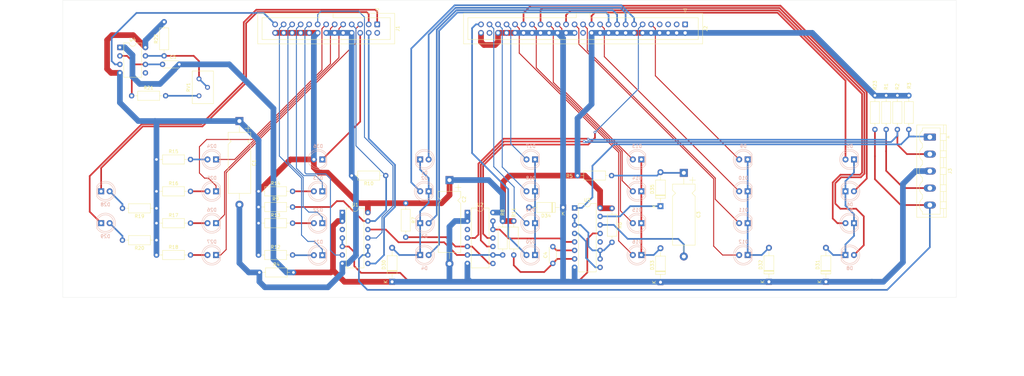
<source format=kicad_pcb>
(kicad_pcb (version 20211014) (generator pcbnew)
  (title_block (title "Centurion front panel replica") (rev "1.0"))
  (layers (0 "F.Cu" signal) (31 "B.Cu" signal) (34 "B.Paste" user) (35 "F.Paste" user) (36 "B.SilkS" user "B.Silkscreen") (37 "F.SilkS" user "F.Silkscreen") (38 "B.Mask" user) (39 "F.Mask" user) (44 "Edge.Cuts" user))
  (net 0 "")
  (net 1 "+5V")
  (net 2 "/Select")
  (net 3 "Net-(C4-Pad1)")
  (net 4 "Net-(J1-Pad7)")
  (net 5 "GND")
  (net 6 "Net-(R8-Pad2)")
  (net 7 "/Reset")
  (net 8 "Net-(R7-Pad2)")
  (net 9 "Net-(R6-Pad2)")
  (net 10 "Net-(R22-Pad1)")
  (net 11 "/OpSys")
  (net 12 "Net-(C5-Pad1)")
  (net 13 "Net-(C3-Pad1)")
  (net 14 "Net-(D26-Pad2)")
  (net 15 "Net-(D29-Pad2)")
  (net 16 "Net-(D31-Pad2)")
  (net 17 "/R{slash}F")
  (net 18 "Net-(J1-Pad25)")
  (net 20 "Net-(U3-Pad4)")
  (net 21 "Net-(U2-Pad12)")
  (net 22 "Net-(C4-Pad2)")
  (net 24 "Net-(U1-Pad4)")
  (net 25 "Net-(R21-Pad2)")
  (net 26 "Net-(C3-Pad2)")
  (net 28 "/~{ResetFlag}")
  (net 29 "Net-(J1-Pad15)")
  (net 31 "Net-(J2-Pad11)")
  (net 32 "Net-(D35-Pad1)")
  (net 33 "Net-(D21-Pad1)")
  (net 34 "Net-(D17-Pad1)")
  (net 35 "Net-(D22-Pad1)")
  (net 36 "Net-(D23-Pad1)")
  (net 37 "Net-(D24-Pad1)")
  (net 38 "Net-(D26-Pad1)")
  (net 39 "Net-(D27-Pad1)")
  (net 40 "Net-(D28-Pad1)")
  (net 41 "Net-(D29-Pad1)")
  (net 42 "Net-(D13-Pad1)")
  (net 43 "Net-(D1-Pad1)")
  (net 47 "/RTC In")
  (net 50 "Net-(D21-Pad2)")
  (net 51 "Net-(D22-Pad2)")
  (net 52 "Net-(D23-Pad2)")
  (net 53 "Net-(D24-Pad2)")
  (net 54 "Net-(D25-Pad2)")
  (net 55 "Net-(D27-Pad2)")
  (net 56 "Net-(D28-Pad2)")
  (net 57 "Net-(D36-Pad1)")
  (net 58 "Net-(D10-Pad1)")
  (net 59 "GNDD")
  (net 60 "Net-(J1-Pad4)")
  (net 61 "Net-(D19-Pad2)")
  (net 62 "Net-(D20-Pad2)")
  (net 63 "Net-(D14-Pad2)")
  (net 64 "Net-(D5-Pad2)")
  (net 65 "Net-(D1-Pad2)")
  (net 66 "Net-(D2-Pad2)")
  (net 67 "Net-(D3-Pad2)")
  (net 68 "Net-(D4-Pad2)")
  (net 69 "Net-(D6-Pad2)")
  (net 70 "Net-(D7-Pad2)")
  (net 71 "Net-(D8-Pad2)")
  (net 72 "Net-(D9-Pad2)")
  (net 73 "Net-(D10-Pad2)")
  (net 74 "Net-(D11-Pad2)")
  (net 75 "Net-(D12-Pad2)")
  (net 76 "Net-(D13-Pad2)")
  (net 77 "Net-(D15-Pad2)")
  (net 78 "Net-(D16-Pad2)")
  (net 79 "Net-(D17-Pad2)")
  (net 80 "Net-(D18-Pad2)")
  (net 82 "Net-(D25-Pad1)")
  (footprint "MountingHole:MountingHole_2.5mm" (layer "F.Cu") (at 107.95 104.14)
    (fp_text reference "REF**" hide)
    (fp_text value "MountingHole_2.5mm")
  )
  (footprint "Resistor_THT:R_Axial_DIN0207_L6.3mm_D2.5mm_P10.16mm_Horizontal" (layer "F.Cu") (at 160.02 140.589)
    (fp_text reference "R9")
    (fp_text value "220")
  )
  (footprint "Diode_THT:D_A-405_P10.16mm_Horizontal" (layer "F.Cu") (at 250.952 140.716 180)
    (fp_text reference "D34")
    (fp_text value "1N4148")
  )
  (footprint "Capacitor_THT:C_Disc_D4.3mm_W1.9mm_P5.00mm" (layer "F.Cu") (at 131.348 97.9324)
    (fp_text reference "C5")
    (fp_text value "100n")
  )
  (footprint "Resistor_THT:R_Axial_DIN0207_L6.3mm_D2.5mm_P10.16mm_Horizontal" (layer "F.Cu") (at 129.54 126.365)
    (fp_text reference "R15")
    (fp_text value "220")
  )
  (footprint "Potentiometer_THT:Potentiometer_Bourns_3299Y_Vertical" (layer "F.Cu") (at 142.24 102.2604 90)
    (fp_text reference "RV1")
    (fp_text value "50K")
  )
  (footprint "Diode_THT:D_A-405_P10.16mm_Horizontal" (layer "F.Cu") (at 329.438 162.941 90)
    (fp_text reference "D31")
    (fp_text value "1N4148")
  )
  (footprint "Resistor_THT:R_Axial_DIN0207_L6.3mm_D2.5mm_P10.16mm_Horizontal" (layer "F.Cu") (at 232.918 144.78 -90)
    (fp_text reference "R8")
    (fp_text value "4.7K")
  )
  (footprint "MountingHole:MountingHole_2.5mm" (layer "F.Cu") (at 361.949999 161.29)
    (fp_text reference "REF**" hide)
    (fp_text value "MountingHole_2.5mm")
  )
  (footprint "Resistor_THT:R_Axial_DIN0207_L6.3mm_D2.5mm_P10.16mm_Horizontal" (layer "F.Cu") (at 160.02 154.94)
    (fp_text reference "R12")
    (fp_text value "220")
  )
  (footprint "Resistor_THT:R_Axial_DIN0207_L6.3mm_D2.5mm_P10.16mm_Horizontal" (layer "F.Cu") (at 344.0684 117.3988 90)
    (fp_text reference "R23")
    (fp_text value "1K")
  )
  (footprint "Resistor_THT:R_Axial_DIN0207_L6.3mm_D2.5mm_P10.16mm_Horizontal" (layer "F.Cu") (at 265.557 140.97 -90)
    (fp_text reference "R6")
    (fp_text value "1K")
  )
  (footprint "Resistor_THT:R_Axial_DIN0207_L6.3mm_D2.5mm_P10.16mm_Horizontal" (layer "F.Cu") (at 350.774 107.2388 -90)
    (fp_text reference "R2")
    (fp_text value "1K")
  )
  (footprint "Capacitor_THT:CP_Axial_L18.0mm_D6.5mm_P25.00mm_Horizontal" (layer "F.Cu") (at 217.0255 132.534 -90)
    (fp_text reference "C2")
    (fp_text value "10uF 50V")
  )
  (footprint "Resistor_THT:R_Axial_DIN0207_L6.3mm_D2.5mm_P10.16mm_Horizontal" (layer "F.Cu") (at 129.54 140.97 180)
    (fp_text reference "R19")
    (fp_text value "220")
  )
  (footprint "Package_DIP:DIP-16_W7.62mm" (layer "F.Cu") (at 254.391 140.858)
    (fp_text reference "U3")
    (fp_text value "74LS123")
  )
  (footprint "Resistor_THT:R_Axial_DIN0207_L6.3mm_D2.5mm_P10.16mm_Horizontal" (layer "F.Cu") (at 129.54 150.495 180)
    (fp_text reference "R20")
    (fp_text value "220")
  )
  (footprint "Resistor_THT:R_Axial_DIN0207_L6.3mm_D2.5mm_P10.16mm_Horizontal" (layer "F.Cu") (at 354.1776 107.2388 -90)
    (fp_text reference "R3")
    (fp_text value "1K")
  )
  (footprint "Resistor_THT:R_Axial_DIN0207_L6.3mm_D2.5mm_P10.16mm_Horizontal" (layer "F.Cu") (at 160.274 160.147)
    (fp_text reference "R4")
    (fp_text value "22")
  )
  (footprint "Diode_THT:D_A-405_P10.16mm_Horizontal" (layer "F.Cu") (at 280.035 163.068 90)
    (fp_text reference "D33")
    (fp_text value "1N4148")
  )
  (footprint "Resistor_THT:R_Axial_DIN0207_L6.3mm_D2.5mm_P10.16mm_Horizontal" (layer "F.Cu") (at 160.02 135.89)
    (fp_text reference "R14")
    (fp_text value "220")
  )
  (footprint "Capacitor_THT:C_Disc_D4.3mm_W1.9mm_P5.00mm" (layer "F.Cu") (at 247.904 157.44 90)
    (fp_text reference "C4")
    (fp_text value "C")
  )
  (footprint "Connector_IDC:IDC-Header_2x13_P2.54mm_Vertical" (layer "F.Cu") (at 195.453 85.979 -90)
    (fp_text reference "J1")
    (fp_text value "CPU")
  )
  (footprint "MountingHole:MountingHole_2.5mm" (layer "F.Cu") (at 107.95 161.29)
    (fp_text reference "REF**" hide)
    (fp_text value "MountingHole_2.5mm")
  )
  (footprint "Resistor_THT:R_Axial_DIN0207_L6.3mm_D2.5mm_P10.16mm_Horizontal" (layer "F.Cu") (at 131.816 95.3924 90)
    (fp_text reference "R22")
    (fp_text value "1K")
  )
  (footprint "Diode_THT:D_A-405_P10.16mm_Horizontal" (layer "F.Cu") (at 199.898 162.941 90)
    (fp_text reference "D30")
    (fp_text value "1N4148")
  )
  (footprint "Capacitor_THT:CP_Axial_L18.0mm_D6.5mm_P25.00mm_Horizontal" (layer "F.Cu") (at 154.305 114.881 -90)
    (fp_text reference "C1")
    (fp_text value "10uF 50V")
  )
  (footprint "Connector_IDC:IDC-Header_2x25_P2.54mm_Vertical" (layer "F.Cu") (at 287.401 85.979 -90)
    (fp_text reference "J2")
    (fp_text value "Backplane")
  )
  (footprint "Resistor_THT:R_Axial_DIN0207_L6.3mm_D2.5mm_P10.16mm_Horizontal" (layer "F.Cu") (at 129.54 135.89)
    (fp_text reference "R16")
    (fp_text value "220")
  )
  (footprint "Package_DIP:DIP-14_W7.62mm" (layer "F.Cu") (at 185.039 142.24)
    (fp_text reference "U1")
    (fp_text value "74LS38")
  )
  (footprint "Resistor_THT:R_Axial_DIN0207_L6.3mm_D2.5mm_P10.16mm_Horizontal" (layer "F.Cu") (at 203.962 139.446 -90)
    (fp_text reference "R7")
    (fp_text value "4.7K")
  )
  (footprint "Package_DIP:DIP-14_W7.62mm" (layer "F.Cu") (at 222.387 142.235)
    (fp_text reference "U2")
    (fp_text value "74LS38")
  )
  (footprint "Resistor_THT:R_Axial_DIN0207_L6.3mm_D2.5mm_P10.16mm_Horizontal" (layer "F.Cu") (at 122.1132 107.3304)
    (fp_text reference "R21")
    (fp_text value "100K")
  )
  (footprint "Resistor_THT:R_Axial_DIN0207_L6.3mm_D2.5mm_P10.16mm_Horizontal" (layer "F.Cu") (at 255.27 131.191)
    (fp_text reference "R5")
    (fp_text value "47K")
  )
  (footprint "Resistor_THT:R_Axial_DIN0207_L6.3mm_D2.5mm_P10.16mm_Horizontal" (layer "F.Cu") (at 197.993 131.191 180)
    (fp_text reference "R10")
    (fp_text value "330")
  )
  (footprint "Resistor_THT:R_Axial_DIN0207_L6.3mm_D2.5mm_P10.16mm_Horizontal" (layer "F.Cu") (at 129.54 154.94)
    (fp_text reference "R18")
    (fp_text value "220")
  )
  (footprint "Resistor_THT:R_Axial_DIN0207_L6.3mm_D2.5mm_P10.16mm_Horizontal" (layer "F.Cu") (at 160.02 145.415)
    (fp_text reference "R13")
    (fp_text value "220")
  )
  (footprint "Resistor_THT:R_Axial_DIN0207_L6.3mm_D2.5mm_P10.16mm_Horizontal" (layer "F.Cu") (at 347.4212 107.2388 -90)
    (fp_text reference "R1")
    (fp_text value "1K")
  )
  (footprint "Package_DIP:DIP-8_W7.62mm" (layer "F.Cu") (at 118.618 92.8624)
    (fp_text reference "U4")
    (fp_text value "NE555P")
  )
  (footprint "Connector_Phoenix_MSTB:PhoenixContact_MSTBVA_2,5_5-G-5,08_1x05_P5.08mm_Vertical" (layer "F.Cu") (at 360.4655 119.6848 -90)
    (fp_text reference "J3")
    (fp_text value "MPW-Y")
  )
  (footprint "Diode_THT:D_A-405_P10.16mm_Horizontal" (layer "F.Cu") (at 312.42 162.941 90)
    (fp_text reference "D32")
    (fp_text value "1N4148")
  )
  (footprint "Resistor_THT:R_Axial_DIN0207_L6.3mm_D2.5mm_P10.16mm_Horizontal" (layer "F.Cu") (at 129.54 145.415)
    (fp_text reference "R17")
    (fp_text value "220")
  )
  (footprint "MountingHole:MountingHole_2.5mm" (layer "F.Cu") (at 361.949999 104.14)
    (fp_text reference "REF**" hide)
    (fp_text value "MountingHole_2.5mm")
  )
  (footprint "Resistor_THT:R_Axial_DIN0207_L6.3mm_D2.5mm_P10.16mm_Horizontal" (layer "F.Cu") (at 236.22 144.78 -90)
    (fp_text reference "R11")
    (fp_text value "47K")
  )
  (footprint "Diode_THT:D_A-405_P10.16mm_Horizontal" (layer "F.Cu") (at 280.035 140.335 90)
    (fp_text reference "D35")
    (fp_text value "1N4148")
  )
  (footprint "Capacitor_THT:CP_Axial_L18.0mm_D6.5mm_P25.00mm_Horizontal" (layer "F.Cu") (at 287.0025 130.375 -90)
    (fp_text reference "C3")
    (fp_text value "10uF 50V")
  )
  (footprint "LED_THT:LED_D5.0mm" (layer "B.Cu") (at 274.32 145.415 180)
    (fp_text reference "D15")
    (fp_text value "AB5")
  )
  (footprint "LED_THT:LED_D5.0mm" (layer "B.Cu") (at 306.07 154.94 180)
    (fp_text reference "D12")
    (fp_text value "AB8")
  )
  (footprint "LED_THT:LED_D5.0mm" (layer "B.Cu") (at 274.32 154.94 180)
    (fp_text reference "D16")
    (fp_text value "AB4")
  )
  (footprint "LED_THT:LED_D5.0mm" (layer "B.Cu") (at 113.02 145.415)
    (fp_text reference "D29")
    (fp_text value "HALT")
  )
  (footprint "LED_THT:LED_D5.0mm" (layer "B.Cu") (at 147.325 126.365 180)
    (fp_text reference "D24")
    (fp_text value "F")
  )
  (footprint "LED_THT:LED_D5.0mm" (layer "B.Cu") (at 179.07 135.89 180)
    (fp_text reference "D23")
    (fp_text value "MAP2")
  )
  (footprint "LED_THT:LED_D5.0mm" (layer "B.Cu") (at 306.07 145.415 180)
    (fp_text reference "D11")
    (fp_text value "MA9")
  )
  (footprint "LED_THT:LED_D5.0mm" (layer "B.Cu") (at 337.82 145.415 180)
    (fp_text reference "D7")
    (fp_text value "MA13")
  )
  (footprint "LED_THT:LED_D5.0mm" (layer "B.Cu") (at 242.575 126.365 180)
    (fp_text reference "D17")
    (fp_text value "AB3")
  )
  (footprint "LED_THT:LED_D5.0mm" (layer "B.Cu") (at 208.27 145.415)
    (fp_text reference "D3")
    (fp_text value "CL1")
  )
  (footprint "LED_THT:LED_D5.0mm" (layer "B.Cu") (at 335.27 135.89)
    (fp_text reference "D6")
    (fp_text value "MA14")
  )
  (footprint "LED_THT:LED_D5.0mm" (layer "B.Cu") (at 274.32 135.89 180)
    (fp_text reference "D14")
    (fp_text value "AB6")
  )
  (footprint "LED_THT:LED_D5.0mm" (layer "B.Cu") (at 147.325 135.89 180)
    (fp_text reference "D25")
    (fp_text value "L")
  )
  (footprint "LED_THT:LED_D5.0mm" (layer "B.Cu") (at 147.325 154.94 180)
    (fp_text reference "D27")
    (fp_text value "V")
  )
  (footprint "LED_THT:LED_D5.0mm" (layer "B.Cu") (at 274.32 126.365 180)
    (fp_text reference "D13")
    (fp_text value "AB7")
  )
  (footprint "LED_THT:LED_D5.0mm" (layer "B.Cu") (at 242.575 154.94 180)
    (fp_text reference "D20")
    (fp_text value "AB0")
  )
  (footprint "LED_THT:LED_D5.0mm" (layer "B.Cu") (at 242.575 135.89 180)
    (fp_text reference "D18")
    (fp_text value "AB2")
  )
  (footprint "LED_THT:LED_D5.0mm" (layer "B.Cu") (at 147.325 145.415 180)
    (fp_text reference "D26")
    (fp_text value "M")
  )
  (footprint "LED_THT:LED_D5.0mm" (layer "B.Cu") (at 210.82 135.89 180)
    (fp_text reference "D2")
    (fp_text value "CL2")
  )
  (footprint "LED_THT:LED_D5.0mm" (layer "B.Cu") (at 335.27 154.94)
    (fp_text reference "D8")
    (fp_text value "MA12")
  )
  (footprint "LED_THT:LED_D5.0mm" (layer "B.Cu") (at 337.82 126.365 180)
    (fp_text reference "D5")
    (fp_text value "MA15")
  )
  (footprint "LED_THT:LED_D5.0mm" (layer "B.Cu") (at 306.07 135.89 180)
    (fp_text reference "D10")
    (fp_text value "MA10")
  )
  (footprint "LED_THT:LED_D5.0mm" (layer "B.Cu") (at 113.02 135.89)
    (fp_text reference "D28")
    (fp_text value "RUN")
  )
  (footprint "LED_THT:LED_D5.0mm" (layer "B.Cu") (at 179.07 155 180)
    (fp_text reference "D21")
    (fp_text value "MAP0")
  )
  (footprint "LED_THT:LED_D5.0mm" (layer "B.Cu") (at 179.07 145.415 180)
    (fp_text reference "D22")
    (fp_text value "MAP1")
  )
  (footprint "LED_THT:LED_D5.0mm" (layer "B.Cu") (at 179.07 126.365 180)
    (fp_text reference "D36")
    (fp_text value "ABT")
  )
  (footprint "LED_THT:LED_D5.0mm" (layer "B.Cu") (at 306.07 126.365 180)
    (fp_text reference "D9")
    (fp_text value "MA11")
  )
  (footprint "LED_THT:LED_D5.0mm" (layer "B.Cu") (at 208.27 126.365)
    (fp_text reference "D1")
    (fp_text value "CL3")
  )
  (footprint "LED_THT:LED_D5.0mm" (layer "B.Cu") (at 242.575 145.415 180)
    (fp_text reference "D19")
    (fp_text value "AB1")
  )
  (footprint "LED_THT:LED_D5.0mm" (layer "B.Cu") (at 208.27 154.94)
    (fp_text reference "D4")
    (fp_text value "CL0")
  )
  (gr_rect (start 101.6 167.64) (end 368.3 78.74) (layer "Edge.Cuts") (width 0.05) (fill none))
  (segment (start 234.95 131.191) (end 252.852 131.191) (width 1.7) (layer "F.Cu") (net 1))
  (segment (start 193.04 139.446) (end 189.738 139.446) (width 1.7) (layer "F.Cu") (net 1))
  (segment (start 233.045 144.653) (end 232.918 144.78) (width 1.7) (layer "F.Cu") (net 1))
  (segment (start 233.7435 132.3975) (end 233.045 133.096) (width 1.7) (layer "F.Cu") (net 1))
  (segment (start 177.673 88.519) (end 164.973 88.519) (width 1.7) (layer "F.Cu") (net 1))
  (segment (start 265.557 140.97) (end 262.123 140.97) (width 1.7) (layer "F.Cu") (net 1))
  (segment (start 169.545 126.365) (end 160.02 135.89) (width 1.7) (layer "F.Cu") (net 1))
  (segment (start 262.011 135.773) (end 262.011 140.858) (width 1.7) (layer "F.Cu") (net 1))
  (segment (start 116.2712 89.1948) (end 114.798 90.668) (width 1.7) (layer "F.Cu") (net 1))
  (segment (start 272.161 88.519) (end 274.701 88.519) (width 1.7) (layer "F.Cu") (net 1))
  (segment (start 122.5704 89.1948) (end 116.2712 89.1948) (width 1.7) (layer "F.Cu") (net 1))
  (segment (start 189.738 139.446) (end 180.594 130.302) (width 1.7) (layer "F.Cu") (net 1))
  (segment (start 192.659 142.24) (end 192.659 139.827) (width 1.7) (layer "F.Cu") (net 1))
  (segment (start 214.63 139.446) (end 217.043 137.033) (width 1.7) (layer "F.Cu") (net 1))
  (segment (start 236.22 144.78) (end 232.918 144.78) (width 1.7) (layer "F.Cu") (net 1))
  (segment (start 178.054 130.302) (end 176.53 128.778) (width 1.7) (layer "F.Cu") (net 1))
  (segment (start 114.798 99.304) (end 115.9764 100.4824) (width 1.7) (layer "F.Cu") (net 1))
  (segment (start 217.043 137.033) (end 217.043 132.5515) (width 1.7) (layer "F.Cu") (net 1))
  (segment (start 176.53 126.365) (end 169.545 126.365) (width 1.7) (layer "F.Cu") (net 1))
  (segment (start 176.53 128.778) (end 176.53 126.365) (width 1.7) (layer "F.Cu") (net 1))
  (segment (start 126.238 92.8624) (end 122.5704 89.1948) (width 1.7) (layer "F.Cu") (net 1))
  (segment (start 233.607 132.534) (end 233.7435 132.3975) (width 1.7) (layer "F.Cu") (net 1))
  (segment (start 115.9764 100.4824) (end 118.618 100.4824) (width 1.7) (layer "F.Cu") (net 1))
  (segment (start 180.594 130.302) (end 178.054 130.302) (width 1.7) (layer "F.Cu") (net 1))
  (segment (start 193.04 139.446) (end 214.63 139.446) (width 1.7) (layer "F.Cu") (net 1))
  (segment (start 192.659 139.827) (end 193.04 139.446) (width 1.7) (layer "F.Cu") (net 1))
  (segment (start 217.043 132.5515) (end 217.0255 132.534) (width 1.7) (layer "F.Cu") (net 1))
  (segment (start 114.798 90.668) (end 114.798 99.304) (width 1.7) (layer "F.Cu") (net 1))
  (segment (start 257.429 131.191) (end 262.011 135.773) (width 1.7) (layer "F.Cu") (net 1))
  (segment (start 233.7435 132.3975) (end 234.95 131.191) (width 1.7) (layer "F.Cu") (net 1))
  (segment (start 252.852 131.191) (end 257.429 131.191) (width 1.7) (layer "F.Cu") (net 1))
  (segment (start 233.045 133.096) (end 233.045 144.653) (width 1.7) (layer "F.Cu") (net 1))
  (segment (start 232.918 136.712478) (end 228.739522 132.534) (width 1.7) (layer "B.Cu") (net 1))
  (segment (start 129.54 154.94) (end 129.54 126.365) (width 1.7) (layer "B.Cu") (net 1))
  (segment (start 129.54 126.365) (end 129.54 115.316) (width 1.7) (layer "B.Cu") (net 1))
  (segment (start 325.3486 88.519) (end 344.0684 107.2388) (width 1.7) (layer "B.Cu") (net 1))
  (segment (start 259.461 88.519) (end 259.461 109.855) (width 1.7) (layer "B.Cu") (net 1))
  (segment (start 154.305 114.881) (end 129.105 114.881) (width 1.7) (layer "B.Cu") (net 1))
  (segment (start 124.1266 114.881) (end 118.618 109.3724) (width 1.7) (layer "B.Cu") (net 1))
  (segment (start 259.461 88.519) (end 266.954 88.519) (width 1.7) (layer "B.Cu") (net 1))
  (segment (start 232.913 142.235) (end 232.918 142.24) (width 1.7) (layer "B.Cu") (net 1))
  (segment (start 354.1776 107.2388) (end 354.1014 107.315) (width 1.7) (layer "B.Cu") (net 1))
  (segment (start 129.105 114.881) (end 124.1266 114.881) (width 1.7) (layer "B.Cu") (net 1))
  (segment (start 126.238 92.8624) (end 126.238 90.8104) (width 1.7) (layer "B.Cu") (net 1))
  (segment (start 160.02 154.94) (end 160.02 120.596) (width 1.7) (layer "B.Cu") (net 1))
  (segment (start 277.241 88.519) (end 274.701 88.519) (width 1.7) (layer "B.Cu") (net 1))
  (segment (start 232.918 142.24) (end 232.918 144.78) (width 1.7) (layer "B.Cu") (net 1))
  (segment (start 354.1014 107.315) (end 344.1446 107.315) (width 1.7) (layer "B.Cu") (net 1))
  (segment (start 255.27 114.046) (end 255.27 131.191) (width 1.7) (layer "B.Cu") (net 1))
  (segment (start 232.918 144.78) (end 232.918 136.712478) (width 1.7) (layer "B.Cu") (net 1))
  (segment (start 259.461 109.855) (end 255.27 114.046) (width 1.7) (layer "B.Cu") (net 1))
  (segment (start 230.007 142.235) (end 232.913 142.235) (width 1.7) (layer "B.Cu") (net 1))
  (segment (start 267.081 88.519) (end 272.161 88.519) (width 1.7) (layer "B.Cu") (net 1))
  (segment (start 126.238 90.8104) (end 131.816 85.2324) (width 1.7) (layer "B.Cu") (net 1))
  (segment (start 176.53 89.662) (end 177.673 88.519) (width 1.7) (layer "B.Cu") (net 1))
  (segment (start 129.54 115.316) (end 129.105 114.881) (width 1.7) (layer "B.Cu") (net 1))
  (segment (start 287.401 88.519) (end 325.3486 88.519) (width 1.7) (layer "B.Cu") (net 1))
  (segment (start 160.02 120.596) (end 154.305 114.881) (width 1.7) (layer "B.Cu") (net 1))
  (segment (start 228.739522 132.534) (end 217.0255 132.534) (width 1.7) (layer "B.Cu") (net 1))
  (segment (start 276.987 88.519) (end 287.401 88.519) (width 1.7) (layer "B.Cu") (net 1))
  (segment (start 118.618 109.3724) (end 118.618 100.4824) (width 1.7) (layer "B.Cu") (net 1))
  (segment (start 344.1446 107.315) (end 344.0684 107.2388) (width 1.7) (layer "B.Cu") (net 1))
  (segment (start 176.53 126.365) (end 176.53 89.662) (width 1.7) (layer "B.Cu") (net 1))
  (segment (start 226.379 150.56) (end 228.214 152.395) (width 0.5) (layer "F.Cu") (net 2))
  (segment (start 228.214 152.395) (end 230.007 152.395) (width 0.5) (layer "F.Cu") (net 2))
  (segment (start 350.774 121.92) (end 350.774 119.38) (width 0.5) (layer "F.Cu") (net 2))
  (segment (start 360.4655 124.7648) (end 353.6188 124.7648) (width 0.5) (layer "F.Cu") (net 2))
  (segment (start 350.774 119.38) (end 350.774 117.3988) (width 0.5) (layer "F.Cu") (net 2))
  (segment (start 233.293172 121.010778) (end 226.379 127.92495) (width 0.5) (layer "F.Cu") (net 2))
  (segment (start 226.379 127.92495) (end 226.379 150.56) (width 0.5) (layer "F.Cu") (net 2))
  (segment (start 257.234722 121.010778) (end 233.293172 121.010778) (width 0.5) (layer "F.Cu") (net 2))
  (segment (start 353.6188 124.7648) (end 350.774 121.92) (width 0.5) (layer "F.Cu") (net 2))
  (via (at 257.234722 121.010778) (size 0.8) (drill 0.4) (layers "F.Cu" "B.Cu") (net 2))
  (segment (start 257.234722 121.010778) (end 257.381944 121.158) (width 0.5) (layer "B.Cu") (net 2))
  (segment (start 348.8944 121.158) (end 350.774 119.2784) (width 0.5) (layer "B.Cu") (net 2))
  (segment (start 257.381944 121.158) (end 348.8944 121.158) (width 0.5) (layer "B.Cu") (net 2))
  (segment (start 350.774 119.2784) (end 350.774 117.3988) (width 0.5) (layer "B.Cu") (net 2))
  (segment (start 236.22 154.94) (end 236.22 157.988) (width 0.5) (layer "F.Cu") (net 3))
  (segment (start 249.246 156.098) (end 247.904 157.44) (width 0.5) (layer "F.Cu") (net 3))
  (segment (start 238.252 160.02) (end 245.324 160.02) (width 0.5) (layer "F.Cu") (net 3))
  (segment (start 245.324 160.02) (end 247.904 157.44) (width 0.5) (layer "F.Cu") (net 3))
  (segment (start 236.22 157.988) (end 238.252 160.02) (width 0.5) (layer "F.Cu") (net 3))
  (segment (start 254.391 156.098) (end 249.246 156.098) (width 0.5) (layer "F.Cu") (net 3))
  (segment (start 183.388 138.8364) (end 181.6354 140.589) (width 0.5) (layer "F.Cu") (net 4))
  (segment (start 192.659 144.78) (end 191.3128 144.78) (width 0.5) (layer "F.Cu") (net 4))
  (segment (start 191.3128 144.78) (end 185.3692 138.8364) (width 0.5) (layer "F.Cu") (net 4))
  (segment (start 185.3692 138.8364) (end 183.388 138.8364) (width 0.5) (layer "F.Cu") (net 4))
  (segment (start 181.6354 140.589) (end 170.18 140.589) (width 0.5) (layer "F.Cu") (net 4))
  (segment (start 189.103 122.301) (end 197.993 131.191) (width 0.3) (layer "B.Cu") (net 4))
  (segment (start 192.659 144.78) (end 194.818 144.78) (width 0.5) (layer "B.Cu") (net 4))
  (segment (start 198.12 131.318) (end 197.993 131.191) (width 0.5) (layer "B.Cu") (net 4))
  (segment (start 189.103 87.249) (end 189.103 122.301) (width 0.3) (layer "B.Cu") (net 4))
  (segment (start 194.818 144.78) (end 198.12 141.478) (width 0.5) (layer "B.Cu") (net 4))
  (segment (start 187.833 85.979) (end 189.103 87.249) (width 0.3) (layer "B.Cu") (net 4))
  (segment (start 198.12 141.478) (end 198.12 131.318) (width 0.5) (layer "B.Cu") (net 4))
  (segment (start 183.769 144.78) (end 182.245 146.304) (width 1.7) (layer "F.Cu") (net 5))
  (segment (start 182.245 146.304) (end 182.245 159.512) (width 1.7) (layer "F.Cu") (net 5))
  (segment (start 182.245 159.512) (end 181.61 160.147) (width 1.7) (layer "F.Cu") (net 5))
  (segment (start 185.039 144.78) (end 183.769 144.78) (width 1.7) (layer "F.Cu") (net 5))
  (segment (start 199.898 162.941) (end 185.674 162.941) (width 1.7) (layer "F.Cu") (net 5))
  (segment (start 231.521 88.58725) (end 231.521 91.24475) (width 1.7) (layer "F.Cu") (net 5))
  (segment (start 231.521 91.24475) (end 230.632 92.13375) (width 1.7) (layer "F.Cu") (net 5))
  (segment (start 231.521 88.519) (end 236.601 88.519) (width 1.7) (layer "F.Cu") (net 5))
  (segment (start 185.674 162.941) (end 182.245 159.512) (width 1.7) (layer "F.Cu") (net 5))
  (segment (start 226.441 91.24475) (end 226.441 88.58725) (width 1.7) (layer "F.Cu") (net 5))
  (segment (start 230.632 92.13375) (end 227.33 92.13375) (width 1.7) (layer "F.Cu") (net 5))
  (segment (start 181.61 160.147) (end 170.434 160.147) (width 1.7) (layer "F.Cu") (net 5))
  (segment (start 227.33 92.13375) (end 226.441 91.24475) (width 1.7) (layer "F.Cu") (net 5))
  (segment (start 222.387 157.475) (end 222.387 162.062) (width 1.7) (layer "B.Cu") (net 5))
  (segment (start 360.4655 129.8448) (end 356.2604 129.8448) (width 1.7) (layer "B.Cu") (net 5))
  (segment (start 217.0255 162.6695) (end 217.297 162.941) (width 1.7) (layer "B.Cu") (net 5))
  (segment (start 250.952 140.716) (end 250.952 90.17) (width 1.7) (layer "B.Cu") (net 5))
  (segment (start 222.387 162.062) (end 223.266 162.941) (width 1.7) (layer "B.Cu") (net 5))
  (segment (start 185.039 144.78) (end 185.039 142.24) (width 1.7) (layer "B.Cu") (net 5))
  (segment (start 134.9148 99.4564) (end 134.9148 99.3656) (width 1.7) (layer "B.Cu") (net 5))
  (segment (start 122.3672 95.1384) (end 122.3672 101.59) (width 1.7) (layer "B.Cu") (net 5))
  (segment (start 218.699 144.775) (end 222.387 144.775) (width 1.7) (layer "B.Cu") (net 5))
  (segment (start 168.402 160.147) (end 170.434 160.147) (width 1.7) (layer "B.Cu") (net 5))
  (segment (start 252.603 162.941) (end 223.266 162.941) (width 1.7) (layer "B.Cu") (net 5))
  (segment (start 217.297 162.941) (end 199.898 162.941) (width 1.7) (layer "B.Cu") (net 5))
  (segment (start 120.0912 92.8624) (end 122.3672 95.1384) (width 1.7) (layer "B.Cu") (net 5))
  (segment (start 352.425 133.6802) (end 352.425 157.099) (width 1.7) (layer "B.Cu") (net 5))
  (segment (start 217.0255 157.534) (end 217.0255 162.6695) (width 1.7) (layer "B.Cu") (net 5))
  (segment (start 312.42 162.941) (end 254.381 162.941) (width 1.7) (layer "B.Cu") (net 5))
  (segment (start 250.952 90.17) (end 249.301 88.519) (width 1.7) (layer "B.Cu") (net 5))
  (segment (start 130.5968 103.7744) (end 134.9148 99.4564) (width 1.7) (layer "B.Cu") (net 5))
  (segment (start 222.387 142.235) (end 222.387 144.775) (width 1.7) (layer "B.Cu") (net 5))
  (segment (start 151.2724 97.9324) (end 164.465 111.125) (width 1.7) (layer "B.Cu") (net 5))
  (segment (start 217.0255 146.4485) (end 218.699 144.775) (width 1.7) (layer "B.Cu") (net 5))
  (segment (start 136.348 97.9324) (end 151.2724 97.9324) (width 1.7) (layer "B.Cu") (net 5))
  (segment (start 122.3672 101.59) (end 124.5516 103.7744) (width 1.7) (layer "B.Cu") (net 5))
  (segment (start 254.381 162.941) (end 252.603 162.941) (width 1.7) (layer "B.Cu") (net 5))
  (segment (start 217.0255 157.534) (end 217.0255 146.4485) (width 1.7) (layer "B.Cu") (net 5))
  (segment (start 134.9148 99.3656) (end 136.348 97.9324) (width 1.7) (layer "B.Cu") (net 5))
  (segment (start 254.391 162.931) (end 254.381 162.941) (width 1.7) (layer "B.Cu") (net 5))
  (segment (start 250.952 162.941) (end 252.603 162.941) (width 1.7) (layer "B.Cu") (net 5))
  (segment (start 343.154 162.941) (end 312.42 162.941) (width 1.7) (layer "B.Cu") (net 5))
  (segment (start 352.425 157.099) (end 346.583 162.941) (width 1.7) (layer "B.Cu") (net 5))
  (segment (start 346.583 162.941) (end 343.154 162.941) (width 1.7) (layer "B.Cu") (net 5))
  (segment (start 223.266 162.941) (end 217.297 162.941) (width 1.7) (layer "B.Cu") (net 5))
  (segment (start 124.5516 103.7744) (end 130.5968 103.7744) (width 1.7) (layer "B.Cu") (net 5))
  (segment (start 118.618 92.8624) (end 120.0912 92.8624) (width 1.7) (layer "B.Cu") (net 5))
  (segment (start 164.465 156.21) (end 168.402 160.147) (width 1.7) (layer "B.Cu") (net 5))
  (segment (start 254.391 158.638) (end 254.391 162.931) (width 1.7) (layer "B.Cu") (net 5))
  (segment (start 356.2604 129.8448) (end 352.425 133.6802) (width 1.7) (layer "B.Cu") (net 5))
  (segment (start 164.465 111.125) (end 164.465 156.21) (width 1.7) (layer "B.Cu") (net 5))
  (segment (start 250.952 140.716) (end 250.952 162.941) (width 1.7) (layer "B.Cu") (net 5))
  (segment (start 236.601 88.519) (end 254.381 88.519) (width 1.7) (layer "B.Cu") (net 5))
  (segment (start 201.803 151.13) (end 197.993 147.32) (width 0.5) (layer "F.Cu") (net 6))
  (segment (start 222.387 154.935) (end 219.22305 154.935) (width 0.5) (layer "F.Cu") (net 6))
  (segment (start 197.993 147.32) (end 192.659 147.32) (width 0.5) (layer "F.Cu") (net 6))
  (segment (start 215.41805 151.13) (end 201.803 151.13) (width 0.5) (layer "F.Cu") (net 6))
  (segment (start 219.22305 154.935) (end 215.41805 151.13) (width 0.5) (layer "F.Cu") (net 6))
  (segment (start 232.034 154.935) (end 232.039 154.94) (width 0.5) (layer "B.Cu") (net 6))
  (segment (start 230.007 154.935) (end 222.387 154.935) (width 0.5) (layer "B.Cu") (net 6))
  (segment (start 232.039 154.94) (end 232.918 154.94) (width 0.5) (layer "B.Cu") (net 6))
  (segment (start 230.007 154.935) (end 232.034 154.935) (width 0.5) (layer "B.Cu") (net 6))
  (segment (start 354.203 119.507) (end 355.727 119.507) (width 0.5) (layer "B.Cu") (net 7))
  (segment (start 355.727 119.507) (end 354.1776 119.507) (width 0.5) (layer "B.Cu") (net 7))
  (segment (start 254.391 140.858) (end 256.555 140.858) (width 0.5) (layer "B.Cu") (net 7))
  (segment (start 259.715 128.27) (end 266.127 121.858) (width 0.5) (layer "B.Cu") (net 7))
  (segment (start 266.127 121.858) (end 351.852 121.858) (width 0.5) (layer "B.Cu") (net 7))
  (segment (start 256.555 140.858) (end 259.715 137.698) (width 0.5) (layer "B.Cu") (net 7))
  (segment (start 351.852 121.858) (end 354.203 119.507) (width 0.5) (layer "B.Cu") (net 7))
  (segment (start 360.299 119.512) (end 355.732 119.512) (width 0.5) (layer "B.Cu") (net 7))
  (segment (start 355.732 119.512) (end 355.727 119.507) (width 0.5) (layer "B.Cu") (net 7))
  (segment (start 259.715 137.698) (end 259.715 128.27) (width 0.5) (layer "B.Cu") (net 7))
  (segment (start 354.1776 119.507) (end 354.1776 117.3988) (width 0.5) (layer "B.Cu") (net 7))
  (segment (start 216.027 149.606) (end 218.816 152.395) (width 0.5) (layer "F.Cu") (net 8))
  (segment (start 223.769 152.395) (end 222.387 152.395) (width 0.5) (layer "F.Cu") (net 8))
  (segment (start 230.007 157.475) (end 228.849 157.475) (width 0.5) (layer "F.Cu") (net 8))
  (segment (start 218.816 152.395) (end 222.387 152.395) (width 0.5) (layer "F.Cu") (net 8))
  (segment (start 203.962 149.606) (end 216.027 149.606) (width 0.5) (layer "F.Cu") (net 8))
  (segment (start 228.849 157.475) (end 223.769 152.395) (width 0.5) (layer "F.Cu") (net 8))
  (segment (start 258.51 152.338) (end 258.51 148.274) (width 0.5) (layer "B.Cu") (net 9))
  (segment (start 262.011 153.558) (end 263.129 153.558) (width 0.5) (layer "B.Cu") (net 9))
  (segment (start 258.51 148.274) (end 256.174 145.938) (width 0.5) (layer "B.Cu") (net 9))
  (segment (start 262.011 156.098) (end 262.011 153.558) (width 0.5) (layer "B.Cu") (net 9))
  (segment (start 254.391 145.938) (end 254.391 143.398) (width 0.5) (layer "B.Cu") (net 9))
  (segment (start 262.011 153.558) (end 259.73 153.558) (width 0.5) (layer "B.Cu") (net 9))
  (segment (start 259.73 153.558) (end 258.51 152.338) (width 0.5) (layer "B.Cu") (net 9))
  (segment (start 256.174 145.938) (end 254.391 145.938) (width 0.5) (layer "B.Cu") (net 9))
  (segment (start 263.129 153.558) (end 265.557 151.13) (width 0.5) (layer "B.Cu") (net 9))
  (segment (start 131.816 95.3924) (end 140.6552 95.3924) (width 0.5) (layer "F.Cu") (net 10))
  (segment (start 142.24 96.9772) (end 142.24 102.2604) (width 0.5) (layer "F.Cu") (net 10))
  (segment (start 140.6552 95.3924) (end 142.24 96.9772) (width 0.5) (layer "F.Cu") (net 10))
  (segment (start 144.78 104.8004) (end 142.24 102.2604) (width 0.5) (layer "B.Cu") (net 10))
  (segment (start 126.238 95.4024) (end 131.806 95.4024) (width 0.5) (layer "B.Cu") (net 10))
  (segment (start 131.806 95.4024) (end 131.816 95.3924) (width 0.5) (layer "B.Cu") (net 10))
  (segment (start 225.679 127.635) (end 225.679 148.844) (width 0.5) (layer "F.Cu") (net 11))
  (segment (start 352.6028 134.9248) (end 347.4212 129.7432) (width 0.5) (layer "F.Cu") (net 11))
  (segment (start 258.445 120.3085) (end 258.297778 120.161278) (width 0.5) (layer "F.Cu") (net 11))
  (segment (start 347.4212 129.7432) (end 347.4212 123.8504) (width 0.5) (layer "F.Cu") (net 11))
  (segment (start 360.4655 134.9248) (end 352.6028 134.9248) (width 0.5) (layer "F.Cu") (net 11))
  (segment (start 225.679 148.844) (end 224.668 149.855) (width 0.5) (layer "F.Cu") (net 11))
  (segment (start 233.152722 120.161278) (end 225.679 127.635) (width 0.5) (layer "F.Cu") (net 11))
  (segment (start 258.297778 120.161278) (end 233.152722 120.161278) (width 0.5) (layer "F.Cu") (net 11))
  (segment (start 347.4212 123.8504) (end 347.4212 117.3988) (width 0.5) (layer "F.Cu") (net 11))
  (segment (start 347.4212 124.0282) (end 347.4212 123.8504) (width 0.5) (layer "F.Cu") (net 11))
  (segment (start 224.668 149.855) (end 222.387 149.855) (width 0.5) (layer "F.Cu") (net 11))
  (via (at 258.445 120.3085) (size 0.8) (drill 0.4) (layers "F.Cu" "B.Cu") (net 11))
  (segment (start 258.5945 120.458) (end 347.41 120.458) (width 0.5) (layer "B.Cu") (net 11))
  (segment (start 258.445 120.3085) (end 258.5945 120.458) (width 0.5) (layer "B.Cu") (net 11))
  (segment (start 347.41 120.458) (end 347.4212 120.4468) (width 0.5) (layer "B.Cu") (net 11))
  (segment (start 347.4212 120.4468) (end 347.4212 117.3988) (width 0.5) (layer "B.Cu") (net 11))
  (segment (start 122.164 100.2692) (end 122.164 96.8148) (width 0.5) (layer "F.Cu") (net 12))
  (segment (start 122.2048 97.9424) (end 122.164 97.9832) (width 0.5) (layer "F.Cu") (net 12))
  (segment (start 122.164 100.2692) (end 122.164 107.2796) (width 0.5) (layer "F.Cu") (net 12))
  (segment (start 126.238 97.9424) (end 122.2048 97.9424) (width 0.5) (layer "F.Cu") (net 12))
  (segment (start 120.7516 95.4024) (end 118.618 95.4024) (width 0.5) (layer "F.Cu") (net 12))
  (segment (start 122.164 97.9832) (end 122.164 100.2692) (width 0.5) (layer "F.Cu") (net 12))
  (segment (start 122.164 96.8148) (end 120.7516 95.4024) (width 0.5) (layer "F.Cu") (net 12))
  (segment (start 122.164 107.2796) (end 122.1132 107.3304) (width 0.5) (layer "F.Cu") (net 12))
  (segment (start 126.238 97.9424) (end 131.338 97.9424) (width 0.5) (layer "B.Cu") (net 12))
  (segment (start 131.338 97.9424) (end 131.348 97.9324) (width 0.5) (layer "B.Cu") (net 12))
  (segment (start 279.019 131.191) (end 280.035 130.175) (width 0.5) (layer "B.Cu") (net 13))
  (segment (start 265.43 131.191) (end 279.019 131.191) (width 0.5) (layer "B.Cu") (net 13))
  (segment (start 280.235 130.375) (end 280.035 130.175) (width 0.5) (layer "B.Cu") (net 13))
  (segment (start 287.0025 130.375) (end 280.235 130.375) (width 0.5) (layer "B.Cu") (net 13))
  (segment (start 139.7 145.415) (end 144.785 145.415) (width 0.5) (layer "F.Cu") (net 14))
  (segment (start 115.56 145.415) (end 119.38 149.235) (width 0.5) (layer "B.Cu") (net 15))
  (segment (start 119.38 149.235) (end 119.38 150.495) (width 0.5) (layer "B.Cu") (net 15))
  (segment (start 335.27 132.852) (end 337.82 130.302) (width 0.5) (layer "B.Cu") (net 16))
  (segment (start 337.82 130.302) (end 337.82 126.365) (width 0.5) (layer "B.Cu") (net 16))
  (segment (start 335.27 135.89) (end 335.27 132.852) (width 0.5) (layer "B.Cu") (net 16))
  (segment (start 335.27 154.94) (end 335.27 151.775) (width 0.5) (layer "B.Cu") (net 16))
  (segment (start 337.82 145.415) (end 337.82 142.748) (width 0.5) (layer "B.Cu") (net 16))
  (segment (start 335.27 140.198) (end 335.27 135.89) (width 0.5) (layer "B.Cu") (net 16))
  (segment (start 331.597 154.94) (end 329.438 152.781) (width 0.5) (layer "B.Cu") (net 16))
  (segment (start 337.82 149.225) (end 337.82 145.415) (width 0.5) (layer "B.Cu") (net 16))
  (segment (start 335.27 154.94) (end 331.597 154.94) (width 0.5) (layer "B.Cu") (net 16))
  (segment (start 337.82 142.748) (end 335.27 140.198) (width 0.5) (layer "B.Cu") (net 16))
  (segment (start 335.27 151.775) (end 337.82 149.225) (width 0.5) (layer "B.Cu") (net 16))
  (segment (start 344.0684 132.2832) (end 344.0684 125.3744) (width 0.5) (layer "F.Cu") (net 17))
  (segment (start 344.0684 125.3744) (end 344.0684 117.3988) (width 0.5) (layer "F.Cu") (net 17))
  (segment (start 351.79 140.0048) (end 344.0684 132.2832) (width 0.5) (layer "F.Cu") (net 17))
  (segment (start 360.4655 140.0048) (end 351.79 140.0048) (width 0.5) (layer "F.Cu") (net 17))
  (segment (start 347.726 165.354) (end 192.532 165.354) (width 0.5) (layer "B.Cu") (net 17))
  (segment (start 360.4655 152.6145) (end 347.726 165.354) (width 0.5) (layer "B.Cu") (net 17))
  (segment (start 191.068478 154.94) (end 192.659 154.94) (width 0.5) (layer "B.Cu") (net 17))
  (segment (start 192.532 165.354) (end 189.992 162.814) (width 0.5) (layer "B.Cu") (net 17))
  (segment (start 189.992 162.814) (end 189.992 156.016478) (width 0.5) (layer "B.Cu") (net 17))
  (segment (start 360.4655 140.0048) (end 360.4655 152.6145) (width 0.5) (layer "B.Cu") (net 17))
  (segment (start 189.992 156.016478) (end 191.068478 154.94) (width 0.5) (layer "B.Cu") (net 17))
  (segment (start 192.659 154.94) (end 192.659 152.4) (width 0.5) (layer "B.Cu") (net 17))
  (segment (start 116.1696 89.9568) (end 116.1696 96.9672) (width 0.5) (layer "B.Cu") (net 18))
  (segment (start 123.561 82.5654) (end 116.1696 89.9568) (width 0.5) (layer "B.Cu") (net 18))
  (segment (start 117.1448 97.9424) (end 118.618 97.9424) (width 0.5) (layer "B.Cu") (net 18))
  (segment (start 116.1696 96.9672) (end 117.1448 97.9424) (width 0.5) (layer "B.Cu") (net 18))
  (segment (start 164.973 85.979) (end 161.5594 82.5654) (width 0.5) (layer "B.Cu") (net 18))
  (segment (start 161.5594 82.5654) (end 123.561 82.5654) (width 0.5) (layer "B.Cu") (net 18))
  (segment (start 255.397 148.463) (end 254.406 148.463) (width 0.5) (layer "B.Cu") (net 20))
  (segment (start 257.81 155.829) (end 257.81 150.876) (width 0.5) (layer "B.Cu") (net 20))
  (segment (start 260.619 158.638) (end 257.81 155.829) (width 0.5) (layer "B.Cu") (net 20))
  (segment (start 262.011 158.638) (end 260.619 158.638) (width 0.5) (layer "B.Cu") (net 20))
  (segment (start 257.81 150.876) (end 255.397 148.463) (width 0.5) (layer "B.Cu") (net 20))
  (segment (start 254.406 148.463) (end 254.391 148.478) (width 0.5) (layer "B.Cu") (net 20))
  (segment (start 250.063 149.987) (end 251.094 151.018) (width 0.5) (layer "F.Cu") (net 21))
  (segment (start 232.024 147.315) (end 234.696 149.987) (width 0.5) (layer "F.Cu") (net 21))
  (segment (start 230.007 147.315) (end 232.024 147.315) (width 0.5) (layer "F.Cu") (net 21))
  (segment (start 251.094 151.018) (end 254.391 151.018) (width 0.5) (layer "F.Cu") (net 21))
  (segment (start 234.696 149.987) (end 250.063 149.987) (width 0.5) (layer "F.Cu") (net 21))
  (segment (start 230.007 144.775) (end 230.007 147.315) (width 0.5) (layer "B.Cu") (net 21))
  (segment (start 254.391 153.558) (end 249.022 153.558) (width 0.5) (layer "F.Cu") (net 22))
  (segment (start 249.022 153.558) (end 247.904 152.44) (width 0.5) (layer "F.Cu") (net 22))
  (segment (start 258.191 150.114) (end 259.827 148.478) (width 0.5) (layer "F.Cu") (net 24))
  (segment (start 255.651 162.687) (end 258.191 160.147) (width 0.5) (layer "F.Cu") (net 24))
  (segment (start 190.627 160.274) (end 202.311 160.274) (width 0.5) (layer "F.Cu") (net 24))
  (segment (start 188.595 158.242) (end 190.627 160.274) (width 0.5) (layer "F.Cu") (net 24))
  (segment (start 185.039 152.4) (end 186.944 152.4) (width 0.5) (layer "F.Cu") (net 24))
  (segment (start 186.944 152.4) (end 188.595 154.051) (width 0.5) (layer "F.Cu") (net 24))
  (segment (start 204.724 162.687) (end 255.651 162.687) (width 0.5) (layer "F.Cu") (net 24))
  (segment (start 188.595 154.051) (end 188.595 158.242) (width 0.5) (layer "F.Cu") (net 24))
  (segment (start 258.191 160.147) (end 258.191 150.114) (width 0.5) (layer "F.Cu") (net 24))
  (segment (start 259.827 148.478) (end 262.011 148.478) (width 0.5) (layer "F.Cu") (net 24))
  (segment (start 202.311 160.274) (end 204.724 162.687) (width 0.5) (layer "F.Cu") (net 24))
  (segment (start 185.039 152.4) (end 185.039 149.86) (width 0.5) (layer "B.Cu") (net 24))
  (segment (start 132.2732 107.3304) (end 142.23 107.3304) (width 0.5) (layer "B.Cu") (net 25))
  (segment (start 142.23 107.3304) (end 142.24 107.3404) (width 0.5) (layer "B.Cu") (net 25))
  (segment (start 285.369 150.114) (end 287.02 151.765) (width 0.5) (layer "B.Cu") (net 26))
  (segment (start 287.0025 151.7825) (end 287.0025 155.375) (width 0.5) (layer "B.Cu") (net 26))
  (segment (start 287.02 151.765) (end 287.0025 151.7825) (width 0.5) (layer "B.Cu") (net 26))
  (segment (start 266.08 145.938) (end 270.256 150.114) (width 0.5) (layer "B.Cu") (net 26))
  (segment (start 262.011 145.938) (end 266.08 145.938) (width 0.5) (layer "B.Cu") (net 26))
  (segment (start 270.256 150.114) (end 285.369 150.114) (width 0.5) (layer "B.Cu") (net 26))
  (segment (start 181.483 132.08) (end 181.483 153.543) (width 0.3) (layer "B.Cu") (net 28))
  (segment (start 182.88 154.94) (end 185.039 154.94) (width 0.3) (layer "B.Cu") (net 28))
  (segment (start 175.133 85.979) (end 173.863 87.249) (width 0.3) (layer "B.Cu") (net 28))
  (segment (start 173.863 130.302) (end 174.252 130.691) (width 0.3) (layer "B.Cu") (net 28))
  (segment (start 174.252 130.691) (end 180.094 130.691) (width 0.3) (layer "B.Cu") (net 28))
  (segment (start 173.863 87.249) (end 173.863 130.302) (width 0.3) (layer "B.Cu") (net 28))
  (segment (start 181.483 153.543) (end 182.88 154.94) (width 0.3) (layer "B.Cu") (net 28))
  (segment (start 180.094 130.691) (end 181.483 132.08) (width 0.3) (layer "B.Cu") (net 28))
  (segment (start 196.885 143.561528) (end 196.885 148.174) (width 0.3) (layer "B.Cu") (net 29))
  (segment (start 189.865 82.042) (end 191.643 83.82) (width 0.3) (layer "B.Cu") (net 29))
  (segment (start 191.643 119.720528) (end 200.152 128.229528) (width 0.3) (layer "B.Cu") (net 29))
  (segment (start 196.885 148.174) (end 195.199 149.86) (width 0.3) (layer "B.Cu") (net 29))
  (segment (start 191.643 83.82) (end 191.643 119.720528) (width 0.3) (layer "B.Cu") (net 29))
  (segment (start 195.199 149.86) (end 192.659 149.86) (width 0.3) (layer "B.Cu") (net 29))
  (segment (start 177.673 83.058) (end 178.689 82.042) (width 0.3) (layer "B.Cu") (net 29))
  (segment (start 200.152 140.294528) (end 196.885 143.561528) (width 0.3) (layer "B.Cu") (net 29))
  (segment (start 178.689 82.042) (end 189.865 82.042) (width 0.3) (layer "B.Cu") (net 29))
  (segment (start 200.152 128.229528) (end 200.152 140.294528) (width 0.3) (layer "B.Cu") (net 29))
  (segment (start 177.673 85.979) (end 177.673 83.058) (width 0.3) (layer "B.Cu") (net 29))
  (segment (start 258.445 121.92) (end 233.3739 121.92) (width 0.5) (layer "F.Cu") (net 31))
  (segment (start 260.473864 118.240136) (end 260.473864 119.891136) (width 0.5) (layer "F.Cu") (net 31))
  (segment (start 228.341 149.855) (end 230.007 149.855) (width 0.5) (layer "F.Cu") (net 31))
  (segment (start 233.3739 121.92) (end 227.079 128.2149) (width 0.5) (layer "F.Cu") (net 31))
  (segment (start 227.079 148.593) (end 228.341 149.855) (width 0.5) (layer "F.Cu") (net 31))
  (segment (start 227.079 128.2149) (end 227.079 148.593) (width 0.5) (layer "F.Cu") (net 31))
  (segment (start 260.473864 119.891136) (end 258.445 121.92) (width 0.5) (layer "F.Cu") (net 31))
  (via (at 260.473864 118.240136) (size 0.8) (drill 0.4) (layers "F.Cu" "B.Cu") (net 31))
  (segment (start 260.473864 118.240136) (end 273.431 105.283) (width 0.3) (layer "B.Cu") (net 31))
  (segment (start 273.431 105.283) (end 273.431 87.249) (width 0.3) (layer "B.Cu") (net 31))
  (segment (start 273.431 87.249) (end 274.701 85.979) (width 0.3) (layer "B.Cu") (net 31))
  (segment (start 262.011 143.398) (end 267.955 143.398) (width 0.5) (layer "B.Cu") (net 32))
  (segment (start 267.955 143.398) (end 271.018 140.335) (width 0.5) (layer "B.Cu") (net 32))
  (segment (start 271.018 140.335) (end 280.035 140.335) (width 0.5) (layer "B.Cu") (net 32))
  (segment (start 179.07 153.289) (end 176.657 150.876) (width 0.3) (layer "B.Cu") (net 33))
  (segment (start 172.847 148.971) (end 172.847 131.953) (width 0.3) (layer "B.Cu") (net 33))
  (segment (start 174.752 150.876) (end 172.847 148.971) (width 0.3) (layer "B.Cu") (net 33))
  (segment (start 172.847 131.953) (end 166.243 125.349) (width 0.3) (layer "B.Cu") (net 33))
  (segment (start 176.657 150.876) (end 174.752 150.876) (width 0.3) (layer "B.Cu") (net 33))
  (segment (start 166.243 125.349) (end 166.243 87.249) (width 0.3) (layer "B.Cu") (net 33))
  (segment (start 166.243 87.249) (end 167.513 85.979) (width 0.3) (layer "B.Cu") (net 33))
  (segment (start 179.07 155) (end 179.07 153.289) (width 0.3) (layer "B.Cu") (net 33))
  (segment (start 242.575 154.94) (end 242.575 140.711) (width 0.5) (layer "B.Cu") (net 34))
  (segment (start 240.792 140.716) (end 242.57 140.716) (width 0.5) (layer "B.Cu") (net 34))
  (segment (start 242.57 140.716) (end 242.575 140.711) (width 0.5) (layer "B.Cu") (net 34))
  (segment (start 242.575 140.711) (end 242.575 126.365) (width 0.5) (layer "B.Cu") (net 34))
  (segment (start 179.07 143.637) (end 177.546 142.113) (width 0.3) (layer "B.Cu") (net 35))
  (segment (start 179.07 145.415) (end 179.07 143.637) (width 0.3) (layer "B.Cu") (net 35))
  (segment (start 168.783 87.249) (end 170.053 85.979) (width 0.3) (layer "B.Cu") (net 35))
  (segment (start 175.006 142.113) (end 173.347 140.454) (width 0.3) (layer "B.Cu") (net 35))
  (segment (start 173.347 131.745894) (end 168.783 127.181894) (width 0.3) (layer "B.Cu") (net 35))
  (segment (start 177.546 142.113) (end 175.006 142.113) (width 0.3) (layer "B.Cu") (net 35))
  (segment (start 173.347 140.454) (end 173.347 131.745894) (width 0.3) (layer "B.Cu") (net 35))
  (segment (start 168.783 127.181894) (end 168.783 87.249) (width 0.3) (layer "B.Cu") (net 35))
  (segment (start 177.038 131.191) (end 173.499212 131.191) (width 0.3) (layer "B.Cu") (net 36))
  (segment (start 179.07 135.89) (end 179.07 133.223) (width 0.3) (layer "B.Cu") (net 36))
  (segment (start 179.07 133.223) (end 177.038 131.191) (width 0.3) (layer "B.Cu") (net 36))
  (segment (start 173.499212 131.191) (end 171.323 129.014788) (width 0.3) (layer "B.Cu") (net 36))
  (segment (start 171.323 129.014788) (end 171.323 87.249) (width 0.3) (layer "B.Cu") (net 36))
  (segment (start 171.323 87.249) (end 172.593 85.979) (width 0.3) (layer "B.Cu") (net 36))
  (segment (start 152.890788 126.365) (end 147.325 126.365) (width 0.3) (layer "F.Cu") (net 37))
  (segment (start 182.753 85.979) (end 181.483 87.249) (width 0.3) (layer "F.Cu") (net 37))
  (segment (start 181.483 97.772788) (end 152.890788 126.365) (width 0.3) (layer "F.Cu") (net 37))
  (segment (start 181.483 87.249) (end 181.483 97.772788) (width 0.3) (layer "F.Cu") (net 37))
  (segment (start 184.023 87.249) (end 184.023 95.939894) (width 0.3) (layer "F.Cu") (net 38))
  (segment (start 149.86 130.102894) (end 149.86 142.88) (width 0.3) (layer "F.Cu") (net 38))
  (segment (start 149.86 142.88) (end 147.325 145.415) (width 0.3) (layer "F.Cu") (net 38))
  (segment (start 185.293 85.979) (end 184.023 87.249) (width 0.3) (layer "F.Cu") (net 38))
  (segment (start 184.023 95.939894) (end 149.86 130.102894) (width 0.3) (layer "F.Cu") (net 38))
  (segment (start 148.717 154.94) (end 150.36 153.297) (width 0.3) (layer "F.Cu") (net 39))
  (segment (start 189.103 91.567) (end 189.103 87.249) (width 0.3) (layer "F.Cu") (net 39))
  (segment (start 150.36 130.31) (end 189.103 91.567) (width 0.3) (layer "F.Cu") (net 39))
  (segment (start 150.36 153.297) (end 150.36 130.31) (width 0.3) (layer "F.Cu") (net 39))
  (segment (start 147.325 154.94) (end 148.717 154.94) (width 0.3) (layer "F.Cu") (net 39))
  (segment (start 189.103 87.249) (end 190.373 85.979) (width 0.3) (layer "F.Cu") (net 39))
  (segment (start 113.02 135.89) (end 113.02 128.915) (width 0.5) (layer "F.Cu") (net 40))
  (segment (start 156.2989 103.4415) (end 156.2989 85.6361) (width 0.5) (layer "F.Cu") (net 40))
  (segment (start 156.2989 85.6361) (end 159.639 82.296) (width 0.5) (layer "F.Cu") (net 40))
  (segment (start 192.278 82.296) (end 192.913 82.931) (width 0.5) (layer "F.Cu") (net 40))
  (segment (start 192.913 82.931) (end 192.913 85.979) (width 0.5) (layer "F.Cu") (net 40))
  (segment (start 125.4506 116.4844) (end 143.256 116.4844) (width 0.5) (layer "F.Cu") (net 40))
  (segment (start 159.639 82.296) (end 192.278 82.296) (width 0.5) (layer "F.Cu") (net 40))
  (segment (start 113.02 128.915) (end 125.4506 116.4844) (width 0.5) (layer "F.Cu") (net 40))
  (segment (start 143.256 116.4844) (end 156.2989 103.4415) (width 0.5) (layer "F.Cu") (net 40))
  (segment (start 195.453 85.979) (end 195.453 82.169) (width 0.5) (layer "F.Cu") (net 41))
  (segment (start 159.34905 81.596) (end 155.5989 85.34615) (width 0.5) (layer "F.Cu") (net 41))
  (segment (start 155.5989 103.15155) (end 142.96605 115.7844) (width 0.5) (layer "F.Cu") (net 41))
  (segment (start 109.601 141.996) (end 113.02 145.415) (width 0.5) (layer "F.Cu") (net 41))
  (segment (start 155.5989 85.34615) (end 155.5989 103.15155) (width 0.5) (layer "F.Cu") (net 41))
  (segment (start 142.96605 115.7844) (end 125.16065 115.7844) (width 0.5) (layer "F.Cu") (net 41))
  (segment (start 194.88 81.596) (end 159.34905 81.596) (width 0.5) (layer "F.Cu") (net 41))
  (segment (start 125.16065 115.7844) (end 109.601 131.34405) (width 0.5) (layer "F.Cu") (net 41))
  (segment (start 109.601 131.34405) (end 109.601 141.996) (width 0.5) (layer "F.Cu") (net 41))
  (segment (start 195.453 82.169) (end 194.88 81.596) (width 0.5) (layer "F.Cu") (net 41))
  (segment (start 274.32 154.94) (end 274.32 145.415) (width 0.5) (layer "F.Cu") (net 42))
  (segment (start 274.32 145.415) (end 274.32 135.89) (width 0.5) (layer "F.Cu") (net 42))
  (segment (start 274.32 135.89) (end 274.32 126.365) (width 0.5) (layer "F.Cu") (net 42))
  (segment (start 278.003 154.94) (end 280.035 152.908) (width 0.5) (layer "B.Cu") (net 42))
  (segment (start 274.32 155.194) (end 274.32 154.94) (width 0.5) (layer "B.Cu") (net 42))
  (segment (start 274.32 154.94) (end 278.003 154.94) (width 0.5) (layer "B.Cu") (net 42))
  (segment (start 208.27 154.94) (end 202.057 154.94) (width 0.5) (layer "B.Cu") (net 43))
  (segment (start 208.27 154.94) (end 208.27 145.415) (width 0.5) (layer "B.Cu") (net 43))
  (segment (start 208.27 129.403) (end 208.27 126.365) (width 0.5) (layer "B.Cu") (net 43))
  (segment (start 202.057 154.94) (end 199.898 152.781) (width 0.5) (layer "B.Cu") (net 43))
  (segment (start 210.82 131.953) (end 208.27 129.403) (width 0.5) (layer "B.Cu") (net 43))
  (segment (start 210.82 135.89) (end 210.82 131.953) (width 0.5) (layer "B.Cu") (net 43))
  (segment (start 210.82 139.319) (end 210.82 135.89) (width 0.5) (layer "B.Cu") (net 43))
  (segment (start 208.27 141.869) (end 210.82 139.319) (width 0.5) (layer "B.Cu") (net 43))
  (segment (start 208.27 145.415) (end 208.27 141.869) (width 0.5) (layer "B.Cu") (net 43))
  (segment (start 170.24 155) (end 170.18 154.94) (width 0.5) (layer "F.Cu") (net 50))
  (segment (start 176.53 155) (end 170.24 155) (width 0.5) (layer "B.Cu") (net 50))
  (segment (start 176.53 145.415) (end 170.18 145.415) (width 0.5) (layer "F.Cu") (net 51))
  (segment (start 176.53 135.89) (end 170.18 135.89) (width 0.5) (layer "F.Cu") (net 52))
  (segment (start 139.7 126.365) (end 144.785 126.365) (width 0.5) (layer "B.Cu") (net 53))
  (segment (start 139.7 135.89) (end 144.785 135.89) (width 0.5) (layer "F.Cu") (net 54))
  (segment (start 139.7 154.94) (end 144.785 154.94) (width 0.5) (layer "F.Cu") (net 55))
  (segment (start 115.56 135.89) (end 119.38 139.71) (width 0.5) (layer "B.Cu") (net 56))
  (segment (start 119.38 139.71) (end 119.38 140.97) (width 0.5) (layer "B.Cu") (net 56))
  (segment (start 190.373 115.062) (end 179.07 126.365) (width 0.5) (layer "F.Cu") (net 57))
  (segment (start 190.373 88.519) (end 190.373 115.062) (width 0.5) (layer "F.Cu") (net 57))
  (segment (start 306.07 126.365) (end 306.07 154.94) (width 0.5) (layer "B.Cu") (net 58))
  (segment (start 306.07 154.94) (end 310.261 154.94) (width 0.5) (layer "B.Cu") (net 58))
  (segment (start 310.261 154.94) (end 312.42 152.781) (width 0.5) (layer "B.Cu") (net 58))
  (segment (start 180.213 88.519) (end 187.833 88.519) (width 1.7) (layer "B.Cu") (net 59))
  (segment (start 187.833 131.191) (end 187.833 88.519) (width 1.7) (layer "B.Cu") (net 59))
  (segment (start 157.099 160.147) (end 160.274 160.147) (width 1.7) (layer "B.Cu") (net 59))
  (segment (start 189.103 132.461) (end 189.103 155.067) (width 1.7) (layer "B.Cu") (net 59))
  (segment (start 160.274 162.941) (end 161.925 164.592) (width 1.7) (layer "B.Cu") (net 59))
  (segment (start 154.305 157.353) (end 157.099 160.147) (width 1.7) (layer "B.Cu") (net 59))
  (segment (start 187.833 131.191) (end 189.103 132.461) (width 1.7) (layer "B.Cu") (net 59))
  (segment (start 185.039 160.274) (end 185.039 157.48) (width 1.7) (layer "B.Cu") (net 59))
  (segment (start 161.925 164.592) (end 180.721 164.592) (width 1.7) (layer "B.Cu") (net 59))
  (segment (start 180.721 164.592) (end 185.039 160.274) (width 1.7) (layer "B.Cu") (net 59))
  (segment (start 154.305 139.881) (end 154.305 157.353) (width 1.7) (layer "B.Cu") (net 59))
  (segment (start 160.274 160.147) (end 160.274 162.941) (width 1.7) (layer "B.Cu") (net 59))
  (segment (start 189.103 155.067) (end 186.69 157.48) (width 1.7) (layer "B.Cu") (net 59))
  (segment (start 186.69 157.48) (end 185.039 157.48) (width 1.7) (layer "B.Cu") (net 59))
  (segment (start 200.752 140.543056) (end 197.485 143.810056) (width 0.5) (layer "B.Cu") (net 60))
  (segment (start 200.752 127.981) (end 200.752 140.543056) (width 0.5) (layer "B.Cu") (net 60))
  (segment (start 197.485 154.94) (end 194.945 157.48) (width 0.5) (layer "B.Cu") (net 60))
  (segment (start 192.913 120.142) (end 200.752 127.981) (width 0.5) (layer "B.Cu") (net 60))
  (segment (start 194.945 157.48) (end 192.659 157.48) (width 0.5) (layer "B.Cu") (net 60))
  (segment (start 197.485 143.810056) (end 197.485 154.94) (width 0.5) (layer "B.Cu") (net 60))
  (segment (start 192.913 88.519) (end 192.913 120.142) (width 0.5) (layer "B.Cu") (net 60))
  (segment (start 236.347 141.727) (end 240.035 145.415) (width 0.3) (layer "B.Cu") (net 61))
  (segment (start 228.981 85.979) (end 230.251 87.249) (width 0.3) (layer "B.Cu") (net 61))
  (segment (start 230.251 87.249) (end 230.251 128.524) (width 0.3) (layer "B.Cu") (net 61))
  (segment (start 236.347 134.62) (end 236.347 141.727) (width 0.3) (layer "B.Cu") (net 61))
  (segment (start 230.251 128.524) (end 236.347 134.62) (width 0.3) (layer "B.Cu") (net 61))
  (segment (start 226.441 85.979) (end 224.917 85.979) (width 0.5) (layer "B.Cu") (net 62))
  (segment (start 224.917 85.979) (end 223.774 87.122) (width 0.5) (layer "B.Cu") (net 62))
  (segment (start 223.774 87.122) (end 223.774 124.46) (width 0.5) (layer "B.Cu") (net 62))
  (segment (start 223.774 124.46) (end 234.569 135.255) (width 0.5) (layer "B.Cu") (net 62))
  (segment (start 234.569 149.474) (end 240.035 154.94) (width 0.5) (layer "B.Cu") (net 62))
  (segment (start 234.569 135.255) (end 234.569 149.474) (width 0.5) (layer "B.Cu") (net 62))
  (segment (start 268.589 132.699) (end 268.589 123.881105) (width 0.3) (layer "F.Cu") (net 63))
  (segment (start 248.031 103.323106) (end 248.031 87.249) (width 0.3) (layer "F.Cu") (net 63))
  (segment (start 271.78 135.89) (end 268.589 132.699) (width 0.3) (layer "F.Cu") (net 63))
  (segment (start 268.589 123.881105) (end 248.031 103.323106) (width 0.3) (layer "F.Cu") (net 63))
  (segment (start 248.031 87.249) (end 246.761 85.979) (width 0.3) (layer "F.Cu") (net 63))
  (segment (start 259.461 85.979) (end 259.461 83.439) (width 0.5) (layer "F.Cu") (net 64))
  (segment (start 314.97915 82.491) (end 328.524575 96.036425) (width 0.5) (layer "F.Cu") (net 64))
  (segment (start 259.461 83.439) (end 260.409 82.491) (width 0.5) (layer "F.Cu") (net 64))
  (segment (start 335.28 126.365) (end 335.28 102.79185) (width 0.5) (layer "F.Cu") (net 64))
  (segment (start 335.28 102.79185) (end 328.524575 96.036425) (width 0.5) (layer "F.Cu") (net 64))
  (segment (start 260.409 82.491) (end 314.97915 82.491) (width 0.5) (layer "F.Cu") (net 64))
  (segment (start 328.524575 96.036425) (end 328.865 96.37685) (width 0.5) (layer "F.Cu") (net 64))
  (segment (start 268.097 81.026) (end 269.621 82.55) (width 0.5) (layer "B.Cu") (net 65))
  (segment (start 210.81 89.037) (end 218.821 81.026) (width 0.5) (layer "B.Cu") (net 65))
  (segment (start 218.821 81.026) (end 268.097 81.026) (width 0.5) (layer "B.Cu") (net 65))
  (segment (start 210.81 126.365) (end 210.81 89.037) (width 0.5) (layer "B.Cu") (net 65))
  (segment (start 269.621 82.55) (end 269.621 85.979) (width 0.5) (layer "B.Cu") (net 65))
  (segment (start 205.613 93.218) (end 205.613 129.032) (width 0.5) (layer "B.Cu") (net 66))
  (segment (start 205.613 129.032) (end 205.613 133.223) (width 0.5) (layer "B.Cu") (net 66))
  (segment (start 218.567 80.264) (end 205.613 93.218) (width 0.5) (layer "B.Cu") (net 66))
  (segment (start 268.351 80.264) (end 218.567 80.264) (width 0.5) (layer "B.Cu") (net 66))
  (segment (start 272.161 85.979) (end 272.161 84.074) (width 0.5) (layer "B.Cu") (net 66))
  (segment (start 272.161 84.074) (end 268.351 80.264) (width 0.5) (layer "B.Cu") (net 66))
  (segment (start 205.613 133.223) (end 208.28 135.89) (width 0.5) (layer "B.Cu") (net 66))
  (segment (start 219.11095 81.726) (end 213.233 87.60395) (width 0.5) (layer "B.Cu") (net 67))
  (segment (start 267.081 85.979) (end 267.081 83.058) (width 0.5) (layer "B.Cu") (net 67))
  (segment (start 213.233 142.992) (end 210.81 145.415) (width 0.5) (layer "B.Cu") (net 67))
  (segment (start 267.081 83.058) (end 265.749 81.726) (width 0.5) (layer "B.Cu") (net 67))
  (segment (start 265.749 81.726) (end 219.11095 81.726) (width 0.5) (layer "B.Cu") (net 67))
  (segment (start 213.233 87.60395) (end 213.233 142.992) (width 0.5) (layer "B.Cu") (net 67))
  (segment (start 213.933 151.817) (end 210.81 154.94) (width 0.5) (layer "B.Cu") (net 68))
  (segment (start 213.933 87.8939) (end 213.933 151.817) (width 0.5) (layer "B.Cu") (net 68))
  (segment (start 219.4009 82.426) (end 213.933 87.8939) (width 0.5) (layer "B.Cu") (net 68))
  (segment (start 264.541 83.185) (end 263.782 82.426) (width 0.5) (layer "B.Cu") (net 68))
  (segment (start 264.541 85.979) (end 264.541 83.185) (width 0.5) (layer "B.Cu") (net 68))
  (segment (start 263.782 82.426) (end 219.4009 82.426) (width 0.5) (layer "B.Cu") (net 68))
  (segment (start 241.3 80.391) (end 315.849 80.391) (width 0.5) (layer "F.Cu") (net 69))
  (segment (start 239.141 85.979) (end 239.141 82.55) (width 0.5) (layer "F.Cu") (net 69))
  (segment (start 341.63 106.172001) (end 341.63 132.07) (width 0.5) (layer "F.Cu") (net 69))
  (segment (start 315.849 80.391) (end 341.63 106.172001) (width 0.5) (layer "F.Cu") (net 69))
  (segment (start 239.141 82.55) (end 241.3 80.391) (width 0.5) (layer "F.Cu") (net 69))
  (segment (start 341.63 132.07) (end 337.81 135.89) (width 0.5) (layer "F.Cu") (net 69))
  (segment (start 315.2691 81.791) (end 253.235 81.791) (width 0.5) (layer "F.Cu") (net 70))
  (segment (start 340.23 130.33105) (end 340.23 106.7519) (width 0.5) (layer "F.Cu") (net 70))
  (segment (start 332.867 145.415) (end 331.47 144.018) (width 0.5) (layer "F.Cu") (net 70))
  (segment (start 331.47 144.018) (end 331.47 133.249051) (width 0.5) (layer "F.Cu") (net 70))
  (segment (start 331.47 133.249051) (end 333.782051 130.937) (width 0.5) (layer "F.Cu") (net 70))
  (segment (start 251.841 83.185) (end 251.841 85.979) (width 0.5) (layer "F.Cu") (net 70))
  (segment (start 335.28 145.415) (end 332.867 145.415) (width 0.5) (layer "F.Cu") (net 70))
  (segment (start 340.23 106.7519) (end 315.2691 81.791) (width 0.5) (layer "F.Cu") (net 70))
  (segment (start 333.782051 130.937) (end 339.62405 130.937) (width 0.5) (layer "F.Cu") (net 70))
  (segment (start 339.62405 130.937) (end 340.23 130.33105) (width 0.5) (layer "F.Cu") (net 70))
  (segment (start 253.235 81.791) (end 251.841 83.185) (width 0.5) (layer "F.Cu") (net 70))
  (segment (start 244.791 81.091) (end 244.221 81.661) (width 0.5) (layer "F.Cu") (net 71))
  (segment (start 244.221 81.661) (end 244.221 85.979) (width 0.5) (layer "F.Cu") (net 71))
  (segment (start 332.232 133.477) (end 334.01 131.699) (width 0.5) (layer "F.Cu") (net 71))
  (segment (start 333.756 141.097) (end 332.232 139.573) (width 0.5) (layer "F.Cu") (net 71))
  (segment (start 340.93 106.46195) (end 315.55905 81.091) (width 0.5) (layer "F.Cu") (net 71))
  (segment (start 340.741 152.009) (end 340.741 143.383) (width 0.5) (layer "F.Cu") (net 71))
  (segment (start 340.93 130.621) (end 340.93 106.46195) (width 0.5) (layer "F.Cu") (net 71))
  (segment (start 315.55905 81.091) (end 244.791 81.091) (width 0.5) (layer "F.Cu") (net 71))
  (segment (start 334.01 131.699) (end 339.852 131.699) (width 0.5) (layer "F.Cu") (net 71))
  (segment (start 339.852 131.699) (end 340.93 130.621) (width 0.5) (layer "F.Cu") (net 71))
  (segment (start 337.81 154.94) (end 340.741 152.009) (width 0.5) (layer "F.Cu") (net 71))
  (segment (start 338.455 141.097) (end 333.756 141.097) (width 0.5) (layer "F.Cu") (net 71))
  (segment (start 332.232 139.573) (end 332.232 133.477) (width 0.5) (layer "F.Cu") (net 71))
  (segment (start 340.741 143.383) (end 338.455 141.097) (width 0.5) (layer "F.Cu") (net 71))
  (segment (start 278.511 101.346) (end 303.53 126.365) (width 0.3) (layer "F.Cu") (net 72))
  (segment (start 277.241 85.979) (end 278.511 87.249) (width 0.3) (layer "F.Cu") (net 72))
  (segment (start 278.511 87.249) (end 278.511 101.346) (width 0.3) (layer "F.Cu") (net 72))
  (segment (start 303.53 135.89) (end 263.271 95.631) (width 0.3) (layer "F.Cu") (net 73))
  (segment (start 263.271 87.249) (end 262.001 85.979) (width 0.3) (layer "F.Cu") (net 73))
  (segment (start 263.271 95.631) (end 263.271 87.249) (width 0.3) (layer "F.Cu") (net 73))
  (segment (start 258.191 93.726) (end 258.191 87.249) (width 0.3) (layer "F.Cu") (net 74))
  (segment (start 296.41 138.295) (end 296.41 131.945) (width 0.3) (layer "F.Cu") (net 74))
  (segment (start 303.53 145.415) (end 296.41 138.295) (width 0.3) (layer "F.Cu") (net 74))
  (segment (start 296.41 131.945) (end 258.191 93.726) (width 0.3) (layer "F.Cu") (net 74))
  (segment (start 258.191 87.249) (end 256.921 85.979) (width 0.3) (layer "F.Cu") (net 74))
  (segment (start 295.91 132.152106) (end 255.651 91.893106) (width 0.3) (layer "F.Cu") (net 75))
  (segment (start 295.91 152.273) (end 295.91 132.152106) (width 0.3) (layer "F.Cu") (net 75))
  (segment (start 298.577 154.94) (end 295.91 152.273) (width 0.3) (layer "F.Cu") (net 75))
  (segment (start 255.651 91.893106) (end 255.651 87.249) (width 0.3) (layer "F.Cu") (net 75))
  (segment (start 303.53 154.94) (end 298.577 154.94) (width 0.3) (layer "F.Cu") (net 75))
  (segment (start 255.651 87.249) (end 254.381 85.979) (width 0.3) (layer "F.Cu") (net 75))
  (segment (start 250.571 87.249) (end 249.301 85.979) (width 0.3) (layer "F.Cu") (net 76))
  (segment (start 271.78 126.365) (end 250.571 105.156) (width 0.3) (layer "F.Cu") (net 76))
  (segment (start 250.571 105.156) (end 250.571 87.249) (width 0.3) (layer "F.Cu") (net 76))
  (segment (start 268.089 141.724) (end 268.089 124.088212) (width 0.3) (layer "F.Cu") (net 77))
  (segment (start 242.951 87.249) (end 241.681 85.979) (width 0.3) (layer "F.Cu") (net 77))
  (segment (start 242.951 98.950212) (end 242.951 87.249) (width 0.3) (layer "F.Cu") (net 77))
  (segment (start 271.78 145.415) (end 268.089 141.724) (width 0.3) (layer "F.Cu") (net 77))
  (segment (start 268.089 124.088212) (end 242.951 98.950212) (width 0.3) (layer "F.Cu") (net 77))
  (segment (start 237.871 87.249) (end 237.871 94.577318) (width 0.3) (layer "F.Cu") (net 78))
  (segment (start 267.5415 150.7015) (end 271.78 154.94) (width 0.3) (layer "F.Cu") (net 78))
  (segment (start 236.601 85.979) (end 237.871 87.249) (width 0.3) (layer "F.Cu") (net 78))
  (segment (start 237.871 94.577318) (end 267.5415 124.247818) (width 0.3) (layer "F.Cu") (net 78))
  (segment (start 267.5415 124.247818) (end 267.5415 150.7015) (width 0.3) (layer "F.Cu") (net 78))
  (segment (start 234.061 85.979) (end 235.331 87.249) (width 0.3) (layer "B.Cu") (net 79))
  (segment (start 235.331 87.249) (end 235.331 121.661) (width 0.3) (layer "B.Cu") (net 79))
  (segment (start 235.331 121.661) (end 240.035 126.365) (width 0.3) (layer "B.Cu") (net 79))
  (segment (start 231.521 85.979) (end 232.791 87.249) (width 0.3) (layer "B.Cu") (net 80))
  (segment (start 232.791 128.646) (end 240.035 135.89) (width 0.3) (layer "B.Cu") (net 80))
  (segment (start 232.791 87.249) (end 232.791 128.646) (width 0.3) (layer "B.Cu") (net 80))
  (segment (start 147.325 134.244) (end 145.034 131.953) (width 0.3) (layer "F.Cu") (net 82))
  (segment (start 143.891 131.953) (end 142.367 130.429) (width 0.3) (layer "F.Cu") (net 82))
  (segment (start 178.943 99.605682) (end 178.943 87.249) (width 0.3) (layer "F.Cu") (net 82))
  (segment (start 142.367 130.429) (end 142.367 122.555) (width 0.3) (layer "F.Cu") (net 82))
  (segment (start 158.152682 120.396) (end 178.943 99.605682) (width 0.3) (layer "F.Cu") (net 82))
  (segment (start 144.526 120.396) (end 158.152682 120.396) (width 0.3) (layer "F.Cu") (net 82))
  (segment (start 145.034 131.953) (end 143.891 131.953) (width 0.3) (layer "F.Cu") (net 82))
  (segment (start 178.943 87.249) (end 180.213 85.979) (width 0.3) (layer "F.Cu") (net 82))
  (segment (start 142.367 122.555) (end 144.526 120.396) (width 0.3) (layer "F.Cu") (net 82))
  (segment (start 147.325 135.89) (end 147.325 134.244) (width 0.3) (layer "F.Cu") (net 82))
)
</source>
